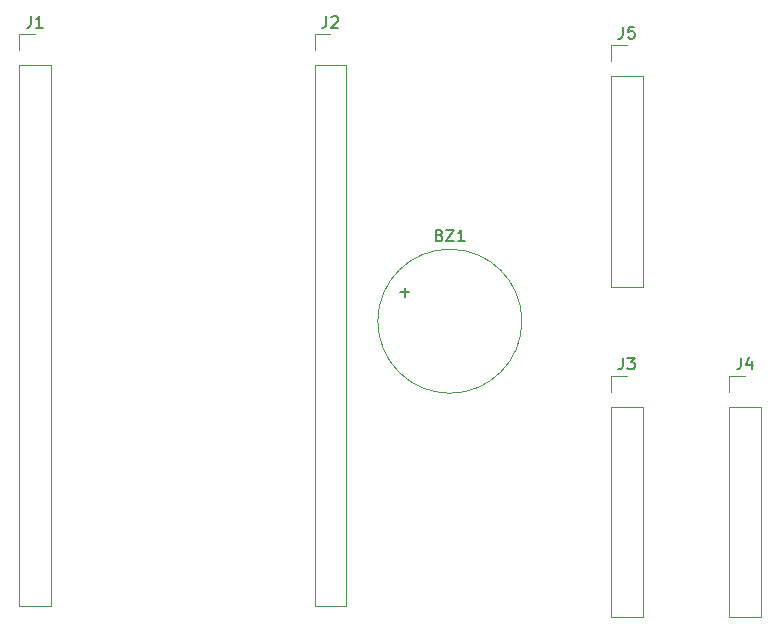
<source format=gbr>
%TF.GenerationSoftware,KiCad,Pcbnew,(6.0.7)*%
%TF.CreationDate,2022-12-05T15:03:58-06:00*%
%TF.ProjectId,oxPSB,6f785053-422e-46b6-9963-61645f706362,rev?*%
%TF.SameCoordinates,Original*%
%TF.FileFunction,Legend,Top*%
%TF.FilePolarity,Positive*%
%FSLAX46Y46*%
G04 Gerber Fmt 4.6, Leading zero omitted, Abs format (unit mm)*
G04 Created by KiCad (PCBNEW (6.0.7)) date 2022-12-05 15:03:58*
%MOMM*%
%LPD*%
G01*
G04 APERTURE LIST*
%ADD10C,0.150000*%
%ADD11C,0.120000*%
G04 APERTURE END LIST*
D10*
%TO.C,J5*%
X90776466Y-49039980D02*
X90776466Y-49754266D01*
X90728847Y-49897123D01*
X90633609Y-49992361D01*
X90490752Y-50039980D01*
X90395514Y-50039980D01*
X91728847Y-49039980D02*
X91252657Y-49039980D01*
X91205038Y-49516171D01*
X91252657Y-49468552D01*
X91347895Y-49420933D01*
X91585990Y-49420933D01*
X91681228Y-49468552D01*
X91728847Y-49516171D01*
X91776466Y-49611409D01*
X91776466Y-49849504D01*
X91728847Y-49944742D01*
X91681228Y-49992361D01*
X91585990Y-50039980D01*
X91347895Y-50039980D01*
X91252657Y-49992361D01*
X91205038Y-49944742D01*
%TO.C,J4*%
X100776466Y-77039980D02*
X100776466Y-77754266D01*
X100728847Y-77897123D01*
X100633609Y-77992361D01*
X100490752Y-78039980D01*
X100395514Y-78039980D01*
X101681228Y-77373314D02*
X101681228Y-78039980D01*
X101443133Y-76992361D02*
X101205038Y-77706647D01*
X101824085Y-77706647D01*
%TO.C,J3*%
X90776466Y-77039980D02*
X90776466Y-77754266D01*
X90728847Y-77897123D01*
X90633609Y-77992361D01*
X90490752Y-78039980D01*
X90395514Y-78039980D01*
X91157419Y-77039980D02*
X91776466Y-77039980D01*
X91443133Y-77420933D01*
X91585990Y-77420933D01*
X91681228Y-77468552D01*
X91728847Y-77516171D01*
X91776466Y-77611409D01*
X91776466Y-77849504D01*
X91728847Y-77944742D01*
X91681228Y-77992361D01*
X91585990Y-78039980D01*
X91300276Y-78039980D01*
X91205038Y-77992361D01*
X91157419Y-77944742D01*
%TO.C,J2*%
X65666666Y-48122380D02*
X65666666Y-48836666D01*
X65619047Y-48979523D01*
X65523809Y-49074761D01*
X65380952Y-49122380D01*
X65285714Y-49122380D01*
X66095238Y-48217619D02*
X66142857Y-48170000D01*
X66238095Y-48122380D01*
X66476190Y-48122380D01*
X66571428Y-48170000D01*
X66619047Y-48217619D01*
X66666666Y-48312857D01*
X66666666Y-48408095D01*
X66619047Y-48550952D01*
X66047619Y-49122380D01*
X66666666Y-49122380D01*
%TO.C,J1*%
X40666666Y-48122380D02*
X40666666Y-48836666D01*
X40619047Y-48979523D01*
X40523809Y-49074761D01*
X40380952Y-49122380D01*
X40285714Y-49122380D01*
X41666666Y-49122380D02*
X41095238Y-49122380D01*
X41380952Y-49122380D02*
X41380952Y-48122380D01*
X41285714Y-48265238D01*
X41190476Y-48360476D01*
X41095238Y-48408095D01*
%TO.C,BZ1*%
X75242847Y-66693371D02*
X75385704Y-66740990D01*
X75433323Y-66788609D01*
X75480942Y-66883847D01*
X75480942Y-67026704D01*
X75433323Y-67121942D01*
X75385704Y-67169561D01*
X75290466Y-67217180D01*
X74909514Y-67217180D01*
X74909514Y-66217180D01*
X75242847Y-66217180D01*
X75338085Y-66264800D01*
X75385704Y-66312419D01*
X75433323Y-66407657D01*
X75433323Y-66502895D01*
X75385704Y-66598133D01*
X75338085Y-66645752D01*
X75242847Y-66693371D01*
X74909514Y-66693371D01*
X75814276Y-66217180D02*
X76480942Y-66217180D01*
X75814276Y-67217180D01*
X76480942Y-67217180D01*
X77385704Y-67217180D02*
X76814276Y-67217180D01*
X77099990Y-67217180D02*
X77099990Y-66217180D01*
X77004752Y-66360038D01*
X76909514Y-66455276D01*
X76814276Y-66502895D01*
X71932847Y-71496228D02*
X72694752Y-71496228D01*
X72313800Y-71877180D02*
X72313800Y-71115276D01*
D11*
%TO.C,J5*%
X89779800Y-53187600D02*
X92439800Y-53187600D01*
X89779800Y-71027600D02*
X92439800Y-71027600D01*
X89779800Y-53187600D02*
X89779800Y-71027600D01*
X89779800Y-51917600D02*
X89779800Y-50587600D01*
X92439800Y-53187600D02*
X92439800Y-71027600D01*
X89779800Y-50587600D02*
X91109800Y-50587600D01*
%TO.C,J4*%
X99779800Y-81187600D02*
X102439800Y-81187600D01*
X99779800Y-99027600D02*
X102439800Y-99027600D01*
X99779800Y-81187600D02*
X99779800Y-99027600D01*
X99779800Y-79917600D02*
X99779800Y-78587600D01*
X102439800Y-81187600D02*
X102439800Y-99027600D01*
X99779800Y-78587600D02*
X101109800Y-78587600D01*
%TO.C,J3*%
X89779800Y-78587600D02*
X91109800Y-78587600D01*
X92439800Y-81187600D02*
X92439800Y-99027600D01*
X89779800Y-79917600D02*
X89779800Y-78587600D01*
X89779800Y-81187600D02*
X89779800Y-99027600D01*
X89779800Y-99027600D02*
X92439800Y-99027600D01*
X89779800Y-81187600D02*
X92439800Y-81187600D01*
%TO.C,J2*%
X64670000Y-52270000D02*
X67330000Y-52270000D01*
X64670000Y-52270000D02*
X64670000Y-98050000D01*
X64670000Y-98050000D02*
X67330000Y-98050000D01*
X64670000Y-51000000D02*
X64670000Y-49670000D01*
X64670000Y-49670000D02*
X66000000Y-49670000D01*
X67330000Y-52270000D02*
X67330000Y-98050000D01*
%TO.C,J1*%
X39670000Y-52270000D02*
X42330000Y-52270000D01*
X39670000Y-52270000D02*
X39670000Y-98050000D01*
X39670000Y-98050000D02*
X42330000Y-98050000D01*
X39670000Y-51000000D02*
X39670000Y-49670000D01*
X39670000Y-49670000D02*
X41000000Y-49670000D01*
X42330000Y-52270000D02*
X42330000Y-98050000D01*
%TO.C,BZ1*%
X82223800Y-73964800D02*
G75*
G03*
X82223800Y-73964800I-6100000J0D01*
G01*
%TD*%
M02*

</source>
